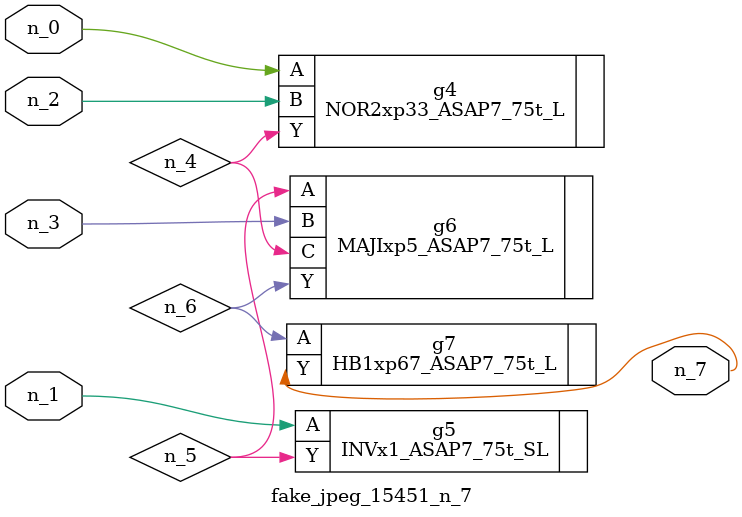
<source format=v>
module fake_jpeg_15451_n_7 (n_0, n_3, n_2, n_1, n_7);

input n_0;
input n_3;
input n_2;
input n_1;

output n_7;

wire n_4;
wire n_6;
wire n_5;

NOR2xp33_ASAP7_75t_L g4 ( 
.A(n_0),
.B(n_2),
.Y(n_4)
);

INVx1_ASAP7_75t_SL g5 ( 
.A(n_1),
.Y(n_5)
);

MAJIxp5_ASAP7_75t_L g6 ( 
.A(n_5),
.B(n_3),
.C(n_4),
.Y(n_6)
);

HB1xp67_ASAP7_75t_L g7 ( 
.A(n_6),
.Y(n_7)
);


endmodule
</source>
